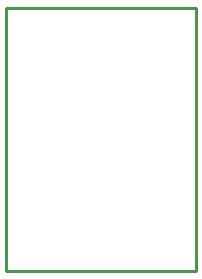
<source format=gbr>
G04 EAGLE Gerber RS-274X export*
G75*
%MOMM*%
%FSLAX34Y34*%
%LPD*%
%IN*%
%IPPOS*%
%AMOC8*
5,1,8,0,0,1.08239X$1,22.5*%
G01*
%ADD10C,0.254000*%


D10*
X2032Y381D02*
X162560Y381D01*
X162560Y223071D01*
X2032Y223071D01*
X2032Y381D01*
M02*

</source>
